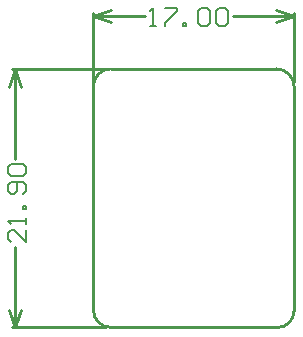
<source format=gko>
%FSLAX42Y42*%
%MOMM*%
G71*
G01*
G75*
G04 Layer_Color=16711935*
%ADD10R,0.60X1.55*%
%ADD11R,0.89X0.89*%
%ADD12R,0.89X0.89*%
%ADD13R,1.10X2.50*%
%ADD14C,0.56*%
%ADD15C,0.61*%
%ADD16C,0.72*%
%ADD17R,0.60X2.20*%
%ADD18R,1.10X1.70*%
%ADD19R,1.70X1.10*%
%ADD20C,0.50*%
%ADD21C,0.25*%
%ADD22C,2.00*%
%ADD23R,1.50X1.50*%
%ADD24C,1.50*%
%ADD25C,1.22*%
%ADD26C,0.70*%
%ADD27C,0.25*%
%ADD28C,0.20*%
%ADD29C,0.10*%
%ADD30R,0.80X1.75*%
%ADD31R,1.09X1.09*%
%ADD32R,1.09X1.09*%
%ADD33R,1.30X2.70*%
%ADD34C,0.77*%
%ADD35C,0.82*%
%ADD36C,0.93*%
%ADD37R,0.80X2.40*%
%ADD38R,1.30X1.90*%
%ADD39R,1.90X1.30*%
%ADD40C,2.20*%
%ADD41R,1.70X1.70*%
%ADD42C,1.70*%
%ADD43C,1.43*%
%ADD44C,0.90*%
%ADD45C,0.05*%
%ADD46C,0.15*%
D21*
X900Y600D02*
G03*
X750Y750I-150J0D01*
G01*
X-650Y750D02*
G03*
X-800Y600I0J-150D01*
G01*
X-800Y-1290D02*
G03*
X-650Y-1440I150J0D01*
G01*
X760D02*
G03*
X900Y-1300I0J140D01*
G01*
X-1485Y-1440D02*
X-688D01*
X-1485Y750D02*
X-688D01*
X-1460Y-1440D02*
Y-756D01*
Y-15D02*
Y750D01*
Y-1440D02*
X-1409Y-1288D01*
X-1511D02*
X-1460Y-1440D01*
X-1511Y598D02*
X-1460Y750D01*
X-1409Y598D01*
X900Y638D02*
Y1225D01*
X-800Y638D02*
Y1225D01*
X380Y1200D02*
X900D01*
X-800D02*
X-361D01*
X748Y1251D02*
X900Y1200D01*
X748Y1149D02*
X900Y1200D01*
X-800D02*
X-648Y1149D01*
X-800Y1200D02*
X-648Y1251D01*
X-650Y750D02*
X750D01*
X-800Y-1290D02*
Y600D01*
X-650Y-1440D02*
X760D01*
X900Y-1300D02*
Y600D01*
D46*
X-1369Y-614D02*
Y-716D01*
X-1470Y-614D01*
X-1496D01*
X-1521Y-640D01*
Y-690D01*
X-1496Y-716D01*
X-1369Y-563D02*
Y-513D01*
Y-538D01*
X-1521D01*
X-1496Y-563D01*
X-1369Y-436D02*
X-1394D01*
Y-411D01*
X-1369D01*
Y-436D01*
X-1394Y-309D02*
X-1369Y-284D01*
Y-233D01*
X-1394Y-208D01*
X-1496D01*
X-1521Y-233D01*
Y-284D01*
X-1496Y-309D01*
X-1470D01*
X-1445Y-284D01*
Y-208D01*
X-1496Y-157D02*
X-1521Y-132D01*
Y-81D01*
X-1496Y-56D01*
X-1394D01*
X-1369Y-81D01*
Y-132D01*
X-1394Y-157D01*
X-1496D01*
X-321Y1109D02*
X-270D01*
X-295D01*
Y1261D01*
X-321Y1236D01*
X-194Y1261D02*
X-92D01*
Y1236D01*
X-194Y1134D01*
Y1109D01*
X-41D02*
Y1134D01*
X-16D01*
Y1109D01*
X-41D01*
X86Y1236D02*
X111Y1261D01*
X162D01*
X187Y1236D01*
Y1134D01*
X162Y1109D01*
X111D01*
X86Y1134D01*
Y1236D01*
X238D02*
X263Y1261D01*
X314D01*
X339Y1236D01*
Y1134D01*
X314Y1109D01*
X263D01*
X238Y1134D01*
Y1236D01*
M02*

</source>
